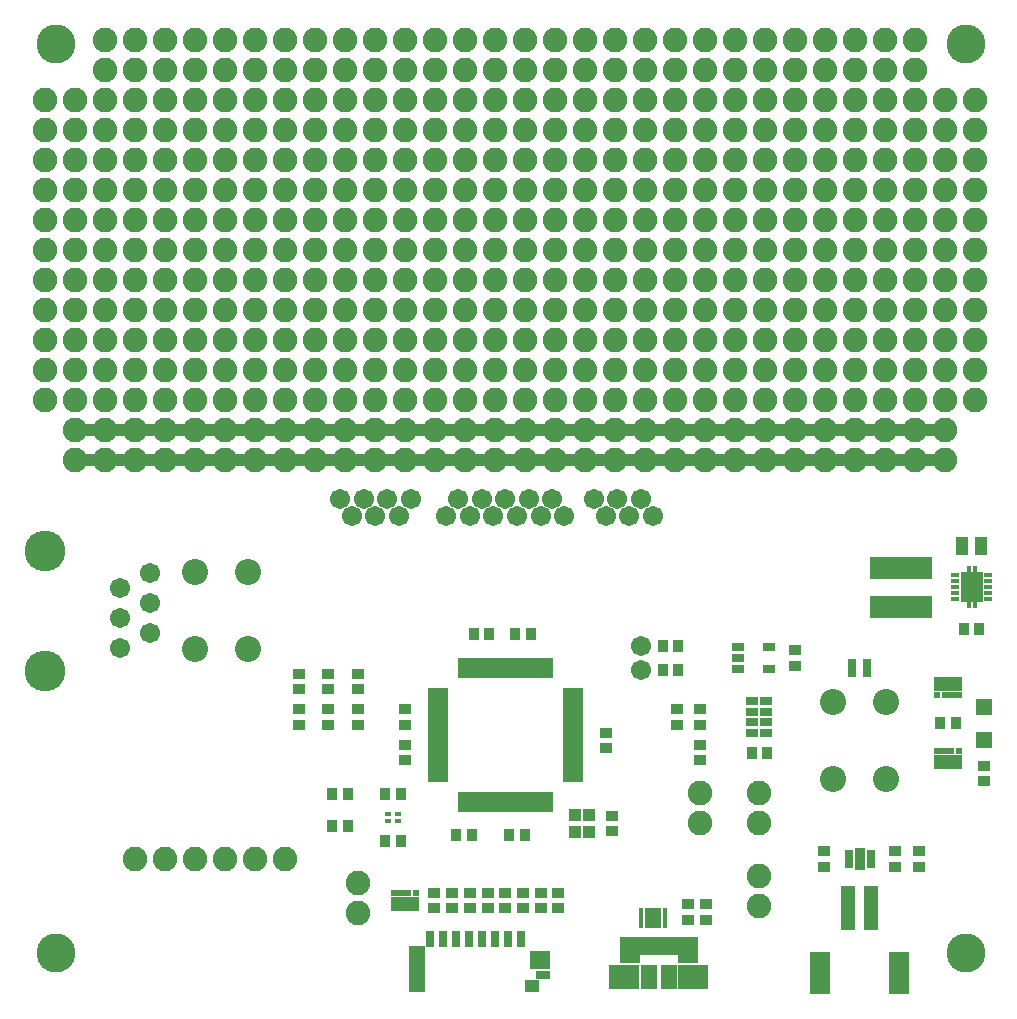
<source format=gts>
G04*
G04 #@! TF.GenerationSoftware,Altium Limited,CircuitStudio,1.5.1 (13)*
G04*
G04 Layer_Color=20142*
%FSLAX25Y25*%
%MOIN*%
G70*
G01*
G75*
%ADD48C,0.03937*%
%ADD65R,0.03950X0.02769*%
%ADD66R,0.04343X0.03556*%
%ADD67R,0.03556X0.04343*%
%ADD68C,0.06706*%
%ADD69R,0.20800X0.07650*%
%ADD70R,0.01784X0.02769*%
%ADD71R,0.07296X0.10249*%
%ADD72R,0.03162X0.01745*%
%ADD73R,0.01981X0.06706*%
%ADD74R,0.06706X0.01981*%
%ADD75R,0.04737X0.03162*%
%ADD76R,0.04540X0.04147*%
%ADD77R,0.03162X0.05721*%
%ADD78R,0.05524X0.15721*%
%ADD79R,0.06509X0.06312*%
%ADD80R,0.01784X0.03261*%
%ADD81R,0.02572X0.03261*%
%ADD82R,0.03950X0.04343*%
%ADD83R,0.02021X0.01627*%
%ADD84R,0.10150X0.08280*%
%ADD85R,0.05426X0.08280*%
%ADD86R,0.02572X0.06233*%
%ADD87R,0.06607X0.09068*%
%ADD88R,0.06706X0.14186*%
%ADD89R,0.04737X0.14579*%
%ADD90R,0.02572X0.01981*%
%ADD91R,0.03556X0.07493*%
%ADD92R,0.03162X0.01981*%
%ADD93R,0.03950X0.05918*%
%ADD94R,0.04343X0.03162*%
%ADD95R,0.09461X0.04540*%
%ADD96R,0.07001X0.01981*%
%ADD97R,0.02178X0.01981*%
%ADD98R,0.05524X0.05524*%
%ADD99C,0.08200*%
%ADD100C,0.13005*%
%ADD101C,0.08674*%
%ADD102C,0.13595*%
D48*
X21811Y190315D02*
X311811D01*
X21811Y180315D02*
X311811D01*
D65*
X247638Y99803D02*
D03*
Y96260D02*
D03*
Y92716D02*
D03*
Y89173D02*
D03*
X252362D02*
D03*
Y92716D02*
D03*
Y96260D02*
D03*
Y99803D02*
D03*
D66*
X324803Y78347D02*
D03*
Y73228D02*
D03*
X131890Y80118D02*
D03*
Y85236D02*
D03*
X226378Y26969D02*
D03*
Y32087D02*
D03*
X198819Y84055D02*
D03*
Y89173D02*
D03*
X131890Y97047D02*
D03*
Y91929D02*
D03*
X200787Y56496D02*
D03*
Y61614D02*
D03*
X232283Y32087D02*
D03*
Y26969D02*
D03*
X271654Y44685D02*
D03*
Y49803D02*
D03*
X295276Y44685D02*
D03*
Y49803D02*
D03*
X303150D02*
D03*
Y44685D02*
D03*
X106299Y91929D02*
D03*
Y97047D02*
D03*
X116142Y91929D02*
D03*
Y97047D02*
D03*
X96457Y91929D02*
D03*
Y97047D02*
D03*
X106299Y103740D02*
D03*
Y108858D02*
D03*
X116142Y103740D02*
D03*
Y108858D02*
D03*
X96457Y103740D02*
D03*
Y108858D02*
D03*
X261811Y116732D02*
D03*
Y111614D02*
D03*
X222441Y91929D02*
D03*
Y97047D02*
D03*
X230315D02*
D03*
Y91929D02*
D03*
Y85236D02*
D03*
Y80118D02*
D03*
X159449Y36024D02*
D03*
Y30906D02*
D03*
X153543Y36024D02*
D03*
Y30906D02*
D03*
X147638D02*
D03*
Y36024D02*
D03*
X165354Y30906D02*
D03*
Y36024D02*
D03*
X171260Y30906D02*
D03*
Y36024D02*
D03*
X141732Y30906D02*
D03*
Y36024D02*
D03*
X177165Y30906D02*
D03*
Y36024D02*
D03*
X183071Y30906D02*
D03*
Y36024D02*
D03*
D67*
X310433Y92520D02*
D03*
X315551D02*
D03*
X223031Y118110D02*
D03*
X217913D02*
D03*
X223031Y110236D02*
D03*
X217913D02*
D03*
X318307Y124016D02*
D03*
X323425D02*
D03*
X166732Y55118D02*
D03*
X171850D02*
D03*
X149016Y55118D02*
D03*
X154134D02*
D03*
X173819Y122047D02*
D03*
X168701D02*
D03*
X160039Y122047D02*
D03*
X154921D02*
D03*
X107677Y68898D02*
D03*
X112795D02*
D03*
X125394D02*
D03*
X130512D02*
D03*
Y53150D02*
D03*
X125394D02*
D03*
X107677Y58071D02*
D03*
X112795D02*
D03*
X252559Y82677D02*
D03*
X247441D02*
D03*
D68*
X210630Y110236D02*
D03*
X194882Y167323D02*
D03*
X210630Y118110D02*
D03*
X145669Y161417D02*
D03*
X149606Y167323D02*
D03*
X153543Y161417D02*
D03*
X157480Y167323D02*
D03*
X161417Y161417D02*
D03*
X165354Y167323D02*
D03*
X169291Y161417D02*
D03*
X173228Y167323D02*
D03*
X177165Y161417D02*
D03*
X181102Y167323D02*
D03*
X185039Y161417D02*
D03*
X133858Y167323D02*
D03*
X114173Y161417D02*
D03*
X110236Y167323D02*
D03*
X129921Y161417D02*
D03*
X122047D02*
D03*
X125984Y167323D02*
D03*
X118110D02*
D03*
X214567Y161417D02*
D03*
X210630Y167323D02*
D03*
X206693Y161417D02*
D03*
X202756Y167323D02*
D03*
X198819Y161417D02*
D03*
X46811Y142421D02*
D03*
X36811Y137421D02*
D03*
X46811Y132421D02*
D03*
X36811Y127421D02*
D03*
X46811Y122421D02*
D03*
X36811Y117421D02*
D03*
D69*
X297244Y131220D02*
D03*
Y144370D02*
D03*
D70*
X321850Y132087D02*
D03*
X319882D02*
D03*
X321850Y143504D02*
D03*
X319882D02*
D03*
D71*
X320866Y137795D02*
D03*
D72*
X326378Y141732D02*
D03*
Y139764D02*
D03*
Y137795D02*
D03*
Y135827D02*
D03*
Y133858D02*
D03*
X315354D02*
D03*
Y135827D02*
D03*
Y137795D02*
D03*
Y139764D02*
D03*
Y141732D02*
D03*
D73*
X150591Y111024D02*
D03*
X152559D02*
D03*
X154528D02*
D03*
X156496D02*
D03*
X158465D02*
D03*
X160433D02*
D03*
X162402D02*
D03*
X164370D02*
D03*
X166339D02*
D03*
X168307D02*
D03*
X170276D02*
D03*
X172244D02*
D03*
X174213D02*
D03*
X176181D02*
D03*
X178150D02*
D03*
X180118D02*
D03*
X150591Y66142D02*
D03*
X152559D02*
D03*
X154528D02*
D03*
X156496D02*
D03*
X158465D02*
D03*
X160433D02*
D03*
X162402D02*
D03*
X164370D02*
D03*
X166339D02*
D03*
X168307D02*
D03*
X170276D02*
D03*
X172244D02*
D03*
X174213D02*
D03*
X176181D02*
D03*
X178150D02*
D03*
X180118D02*
D03*
D74*
X187795Y103346D02*
D03*
Y101378D02*
D03*
Y99409D02*
D03*
Y97441D02*
D03*
Y95472D02*
D03*
Y93504D02*
D03*
Y91535D02*
D03*
Y89567D02*
D03*
Y87598D02*
D03*
Y85630D02*
D03*
Y83661D02*
D03*
Y81693D02*
D03*
Y79724D02*
D03*
Y77756D02*
D03*
Y75787D02*
D03*
Y73819D02*
D03*
X142913D02*
D03*
Y75787D02*
D03*
Y77756D02*
D03*
Y79724D02*
D03*
Y81693D02*
D03*
Y83661D02*
D03*
Y85630D02*
D03*
Y87598D02*
D03*
Y89567D02*
D03*
Y91535D02*
D03*
Y93504D02*
D03*
Y95472D02*
D03*
Y97441D02*
D03*
Y99409D02*
D03*
Y101378D02*
D03*
Y103346D02*
D03*
D75*
X177953Y8661D02*
D03*
D76*
X174311Y4823D02*
D03*
D77*
X170669Y20374D02*
D03*
X166339D02*
D03*
X162008D02*
D03*
X157677D02*
D03*
X153347D02*
D03*
X149016D02*
D03*
X144685D02*
D03*
X140354D02*
D03*
D78*
X135827Y10610D02*
D03*
D79*
X177067Y13583D02*
D03*
D80*
X210630Y29083D02*
D03*
X212598D02*
D03*
X216535D02*
D03*
X218504D02*
D03*
Y26035D02*
D03*
X216535D02*
D03*
X212598D02*
D03*
X210630D02*
D03*
D81*
X214567Y25984D02*
D03*
Y29083D02*
D03*
D82*
X193307Y56102D02*
D03*
Y62008D02*
D03*
X188583D02*
D03*
Y56102D02*
D03*
D83*
X129744Y59744D02*
D03*
Y62303D02*
D03*
X126161D02*
D03*
Y59744D02*
D03*
D84*
X228051Y7874D02*
D03*
X205020D02*
D03*
D85*
X219882D02*
D03*
X213189D02*
D03*
D86*
X211417Y18307D02*
D03*
X213976D02*
D03*
X216535D02*
D03*
X219094D02*
D03*
X221654D02*
D03*
D87*
X206840Y16929D02*
D03*
X226230D02*
D03*
D88*
X270276Y9055D02*
D03*
X296654D02*
D03*
D89*
X279528Y30906D02*
D03*
X287402D02*
D03*
D90*
X279823Y49213D02*
D03*
Y47244D02*
D03*
Y45276D02*
D03*
X287106D02*
D03*
Y47244D02*
D03*
Y49213D02*
D03*
D91*
X283465Y47244D02*
D03*
D92*
X286024Y112795D02*
D03*
Y108858D02*
D03*
Y110827D02*
D03*
X280906Y112795D02*
D03*
Y110827D02*
D03*
Y108858D02*
D03*
D93*
X317717Y151575D02*
D03*
X324016D02*
D03*
D94*
X253150Y117913D02*
D03*
Y110433D02*
D03*
X242913Y117913D02*
D03*
Y114173D02*
D03*
Y110433D02*
D03*
D95*
X312992Y105610D02*
D03*
Y79429D02*
D03*
X131890Y32185D02*
D03*
D96*
X314216Y101772D02*
D03*
X311768Y83268D02*
D03*
X130665Y36024D02*
D03*
D97*
X309350Y101772D02*
D03*
X316634Y83268D02*
D03*
X135531Y36024D02*
D03*
D98*
X324803Y98032D02*
D03*
Y87008D02*
D03*
D99*
X301811Y250315D02*
D03*
X311811D02*
D03*
X321811D02*
D03*
X241811D02*
D03*
X251811D02*
D03*
X261811D02*
D03*
X271811D02*
D03*
X281811D02*
D03*
X291811D02*
D03*
X11811D02*
D03*
X231811D02*
D03*
X221811D02*
D03*
X211811D02*
D03*
X201811D02*
D03*
X191811D02*
D03*
X181811D02*
D03*
X171811D02*
D03*
X161811D02*
D03*
X151811D02*
D03*
X71811D02*
D03*
X81811D02*
D03*
X91811D02*
D03*
X101811D02*
D03*
X111811D02*
D03*
X121811D02*
D03*
X131811D02*
D03*
X141811D02*
D03*
X61811D02*
D03*
X51811D02*
D03*
X41811D02*
D03*
X31811D02*
D03*
X21811D02*
D03*
X221811Y270315D02*
D03*
X211811D02*
D03*
X201811D02*
D03*
X191811D02*
D03*
X181811D02*
D03*
X171811D02*
D03*
X161811D02*
D03*
X151811D02*
D03*
X71811D02*
D03*
X81811D02*
D03*
X91811D02*
D03*
X101811D02*
D03*
X111811D02*
D03*
X121811D02*
D03*
X131811D02*
D03*
X141811D02*
D03*
X61811D02*
D03*
X51811D02*
D03*
X41811D02*
D03*
X31811D02*
D03*
X21811D02*
D03*
Y260315D02*
D03*
X31811D02*
D03*
X41811D02*
D03*
X51811D02*
D03*
X61811D02*
D03*
X141811D02*
D03*
X131811D02*
D03*
X121811D02*
D03*
X111811D02*
D03*
X101811D02*
D03*
X91811D02*
D03*
X81811D02*
D03*
X71811D02*
D03*
X151811D02*
D03*
X161811D02*
D03*
X171811D02*
D03*
X181811D02*
D03*
X191811D02*
D03*
X201811D02*
D03*
X211811D02*
D03*
X221811D02*
D03*
X231811D02*
D03*
Y270315D02*
D03*
X11811Y260315D02*
D03*
Y270315D02*
D03*
X291811D02*
D03*
Y260315D02*
D03*
X281811D02*
D03*
X271811D02*
D03*
X261811D02*
D03*
X251811D02*
D03*
X241811D02*
D03*
Y270315D02*
D03*
X251811D02*
D03*
X261811D02*
D03*
X271811D02*
D03*
X281811D02*
D03*
X321811Y260315D02*
D03*
X311811D02*
D03*
X301811D02*
D03*
Y270315D02*
D03*
X311811D02*
D03*
X321811D02*
D03*
X301811Y280315D02*
D03*
X311811D02*
D03*
X321811D02*
D03*
X241811D02*
D03*
X251811D02*
D03*
X261811D02*
D03*
X271811D02*
D03*
X281811D02*
D03*
X291811D02*
D03*
X11811D02*
D03*
X231811D02*
D03*
X221811D02*
D03*
X211811D02*
D03*
X201811D02*
D03*
X191811D02*
D03*
X181811D02*
D03*
X171811D02*
D03*
X161811D02*
D03*
X151811D02*
D03*
X71811D02*
D03*
X81811D02*
D03*
X91811D02*
D03*
X101811D02*
D03*
X111811D02*
D03*
X121811D02*
D03*
X131811D02*
D03*
X141811D02*
D03*
X61811D02*
D03*
X51811D02*
D03*
X41811D02*
D03*
X31811D02*
D03*
X21811D02*
D03*
X311811Y190315D02*
D03*
Y180315D02*
D03*
X301811D02*
D03*
X291811D02*
D03*
X281811D02*
D03*
X271811D02*
D03*
X261811D02*
D03*
X251811D02*
D03*
X241811D02*
D03*
Y190315D02*
D03*
X251811D02*
D03*
X261811D02*
D03*
X271811D02*
D03*
X281811D02*
D03*
X291811D02*
D03*
X301811D02*
D03*
X31811Y320315D02*
D03*
X41811D02*
D03*
X51811D02*
D03*
X61811D02*
D03*
X141811D02*
D03*
X131811D02*
D03*
X121811D02*
D03*
X111811D02*
D03*
X101811D02*
D03*
X91811D02*
D03*
X81811D02*
D03*
X71811D02*
D03*
X151811D02*
D03*
X161811D02*
D03*
X171811D02*
D03*
X181811D02*
D03*
X191811D02*
D03*
X201811D02*
D03*
X211811D02*
D03*
X221811D02*
D03*
X231811D02*
D03*
X291811D02*
D03*
X281811D02*
D03*
X271811D02*
D03*
X261811D02*
D03*
X251811D02*
D03*
X241811D02*
D03*
X301811D02*
D03*
X221811Y210315D02*
D03*
X211811D02*
D03*
X201811D02*
D03*
X191811D02*
D03*
X181811D02*
D03*
X171811D02*
D03*
X161811D02*
D03*
X151811D02*
D03*
X71811D02*
D03*
X81811D02*
D03*
X91811D02*
D03*
X101811D02*
D03*
X111811D02*
D03*
X121811D02*
D03*
X131811D02*
D03*
X141811D02*
D03*
X61811D02*
D03*
X51811D02*
D03*
X41811D02*
D03*
X31811D02*
D03*
X21811D02*
D03*
Y200315D02*
D03*
X31811D02*
D03*
X41811D02*
D03*
X51811D02*
D03*
X61811D02*
D03*
X141811D02*
D03*
X131811D02*
D03*
X121811D02*
D03*
X111811D02*
D03*
X101811D02*
D03*
X91811D02*
D03*
X81811D02*
D03*
X71811D02*
D03*
X151811D02*
D03*
X161811D02*
D03*
X171811D02*
D03*
X181811D02*
D03*
X191811D02*
D03*
X201811D02*
D03*
X211811D02*
D03*
X221811D02*
D03*
X231811D02*
D03*
Y210315D02*
D03*
X11811Y200315D02*
D03*
Y210315D02*
D03*
X291811D02*
D03*
Y200315D02*
D03*
X281811D02*
D03*
X271811D02*
D03*
X261811D02*
D03*
X251811D02*
D03*
X241811D02*
D03*
Y210315D02*
D03*
X251811D02*
D03*
X261811D02*
D03*
X271811D02*
D03*
X281811D02*
D03*
X321811Y200315D02*
D03*
X311811D02*
D03*
X301811D02*
D03*
Y210315D02*
D03*
X311811D02*
D03*
X321811D02*
D03*
X221811Y310315D02*
D03*
X211811D02*
D03*
X201811D02*
D03*
X191811D02*
D03*
X181811D02*
D03*
X171811D02*
D03*
X161811D02*
D03*
X151811D02*
D03*
X71811D02*
D03*
X81811D02*
D03*
X91811D02*
D03*
X101811D02*
D03*
X111811D02*
D03*
X121811D02*
D03*
X131811D02*
D03*
X141811D02*
D03*
X61811D02*
D03*
X51811D02*
D03*
X41811D02*
D03*
X31811D02*
D03*
X21811Y300315D02*
D03*
X31811D02*
D03*
X41811D02*
D03*
X51811D02*
D03*
X61811D02*
D03*
X141811D02*
D03*
X131811D02*
D03*
X121811D02*
D03*
X111811D02*
D03*
X101811D02*
D03*
X91811D02*
D03*
X81811D02*
D03*
X71811D02*
D03*
X151811D02*
D03*
X161811D02*
D03*
X171811D02*
D03*
X181811D02*
D03*
X191811D02*
D03*
X201811D02*
D03*
X211811D02*
D03*
X221811D02*
D03*
X231811D02*
D03*
Y310315D02*
D03*
X11811Y300315D02*
D03*
X291811Y310315D02*
D03*
Y300315D02*
D03*
X281811D02*
D03*
X271811D02*
D03*
X261811D02*
D03*
X251811D02*
D03*
X241811D02*
D03*
Y310315D02*
D03*
X251811D02*
D03*
X261811D02*
D03*
X271811D02*
D03*
X281811D02*
D03*
X321811Y300315D02*
D03*
X311811D02*
D03*
X301811D02*
D03*
Y310315D02*
D03*
X221811Y290315D02*
D03*
X211811D02*
D03*
X201811D02*
D03*
X191811D02*
D03*
X181811D02*
D03*
X171811D02*
D03*
X161811D02*
D03*
X151811D02*
D03*
X71811D02*
D03*
X81811D02*
D03*
X91811D02*
D03*
X101811D02*
D03*
X111811D02*
D03*
X121811D02*
D03*
X131811D02*
D03*
X141811D02*
D03*
X61811D02*
D03*
X51811D02*
D03*
X41811D02*
D03*
X31811D02*
D03*
X21811D02*
D03*
Y240315D02*
D03*
X31811D02*
D03*
X41811D02*
D03*
X51811D02*
D03*
X61811D02*
D03*
X141811D02*
D03*
X131811D02*
D03*
X121811D02*
D03*
X111811D02*
D03*
X101811D02*
D03*
X91811D02*
D03*
X81811D02*
D03*
X71811D02*
D03*
X151811D02*
D03*
X161811D02*
D03*
X171811D02*
D03*
X181811D02*
D03*
X191811D02*
D03*
X201811D02*
D03*
X211811D02*
D03*
X221811D02*
D03*
X231811D02*
D03*
Y290315D02*
D03*
X11811Y240315D02*
D03*
Y290315D02*
D03*
X291811D02*
D03*
Y240315D02*
D03*
X281811D02*
D03*
X271811D02*
D03*
X261811D02*
D03*
X251811D02*
D03*
X241811D02*
D03*
Y290315D02*
D03*
X251811D02*
D03*
X261811D02*
D03*
X271811D02*
D03*
X281811D02*
D03*
X321811Y240315D02*
D03*
X311811D02*
D03*
X301811D02*
D03*
Y290315D02*
D03*
X311811D02*
D03*
X321811D02*
D03*
Y230315D02*
D03*
X311811D02*
D03*
X301811D02*
D03*
Y220315D02*
D03*
X311811D02*
D03*
X321811D02*
D03*
X281811Y230315D02*
D03*
X271811D02*
D03*
X261811D02*
D03*
X251811D02*
D03*
X241811D02*
D03*
Y220315D02*
D03*
X251811D02*
D03*
X261811D02*
D03*
X271811D02*
D03*
X281811D02*
D03*
X291811D02*
D03*
Y230315D02*
D03*
X11811D02*
D03*
Y220315D02*
D03*
X231811Y180315D02*
D03*
Y190315D02*
D03*
Y230315D02*
D03*
Y220315D02*
D03*
X221811D02*
D03*
X211811D02*
D03*
X201811D02*
D03*
X191811D02*
D03*
X181811D02*
D03*
X171811D02*
D03*
X161811D02*
D03*
X151811D02*
D03*
X71811D02*
D03*
X81811D02*
D03*
X91811D02*
D03*
X101811D02*
D03*
X111811D02*
D03*
X121811D02*
D03*
X131811D02*
D03*
X141811D02*
D03*
X61811D02*
D03*
X51811D02*
D03*
X41811D02*
D03*
X31811D02*
D03*
X21811D02*
D03*
Y230315D02*
D03*
X31811D02*
D03*
X41811D02*
D03*
X51811D02*
D03*
X61811D02*
D03*
X141811D02*
D03*
X131811D02*
D03*
X121811D02*
D03*
X111811D02*
D03*
X101811D02*
D03*
X91811D02*
D03*
X81811D02*
D03*
X71811D02*
D03*
X151811D02*
D03*
X161811D02*
D03*
X171811D02*
D03*
X181811D02*
D03*
X191811D02*
D03*
X201811D02*
D03*
X211811D02*
D03*
X221811D02*
D03*
Y190315D02*
D03*
X211811D02*
D03*
X201811D02*
D03*
X191811D02*
D03*
X181811D02*
D03*
X171811D02*
D03*
X161811D02*
D03*
X151811D02*
D03*
X71811D02*
D03*
X81811D02*
D03*
X91811D02*
D03*
X101811D02*
D03*
X111811D02*
D03*
X121811D02*
D03*
X131811D02*
D03*
X141811D02*
D03*
X61811D02*
D03*
X51811D02*
D03*
X41811D02*
D03*
X31811D02*
D03*
X21811D02*
D03*
Y180315D02*
D03*
X31811D02*
D03*
X41811D02*
D03*
X51811D02*
D03*
X61811D02*
D03*
X141811D02*
D03*
X131811D02*
D03*
X121811D02*
D03*
X111811D02*
D03*
X101811D02*
D03*
X91811D02*
D03*
X81811D02*
D03*
X71811D02*
D03*
X151811D02*
D03*
X161811D02*
D03*
X171811D02*
D03*
X181811D02*
D03*
X191811D02*
D03*
X201811D02*
D03*
X211811D02*
D03*
X221811D02*
D03*
X41929Y47244D02*
D03*
X51929D02*
D03*
X61929D02*
D03*
X71929D02*
D03*
X81929D02*
D03*
X91929D02*
D03*
X250000Y69055D02*
D03*
Y59055D02*
D03*
X116142Y29370D02*
D03*
Y39370D02*
D03*
X230315Y69055D02*
D03*
Y59055D02*
D03*
X250000Y41496D02*
D03*
Y31496D02*
D03*
D100*
X15748Y318898D02*
D03*
X318898D02*
D03*
X318898Y15748D02*
D03*
X15748D02*
D03*
D101*
X292323Y73819D02*
D03*
Y99410D02*
D03*
X274606D02*
D03*
Y73819D02*
D03*
X62008Y142717D02*
D03*
Y117126D02*
D03*
X79724D02*
D03*
Y142717D02*
D03*
D102*
X11811Y149921D02*
D03*
Y109921D02*
D03*
M02*

</source>
